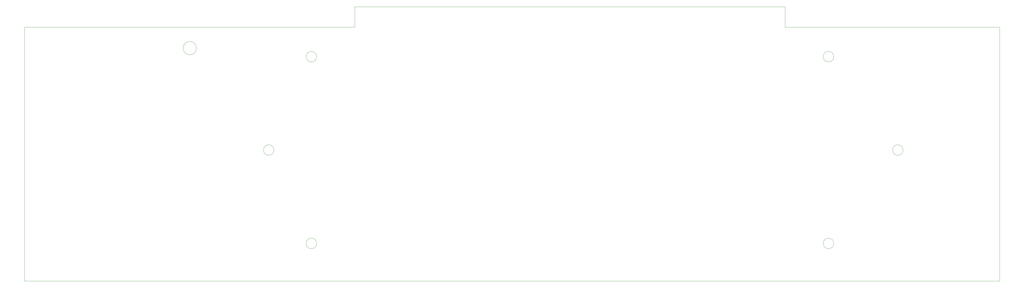
<source format=gm1>
G04 #@! TF.GenerationSoftware,KiCad,Pcbnew,(6.0.0)*
G04 #@! TF.CreationDate,2022-11-09T00:17:05-05:00*
G04 #@! TF.ProjectId,poly88 backplane rev 2.1,706f6c79-3838-4206-9261-636b706c616e,rev?*
G04 #@! TF.SameCoordinates,Original*
G04 #@! TF.FileFunction,Profile,NP*
%FSLAX46Y46*%
G04 Gerber Fmt 4.6, Leading zero omitted, Abs format (unit mm)*
G04 Created by KiCad (PCBNEW (6.0.0)) date 2022-11-09 00:17:05*
%MOMM*%
%LPD*%
G01*
G04 APERTURE LIST*
G04 #@! TA.AperFunction,Profile*
%ADD10C,0.100000*%
G04 #@! TD*
G04 APERTURE END LIST*
D10*
X160546000Y-69974750D02*
X160546000Y-62344750D01*
X130256000Y-115969750D02*
G75*
G03*
X130256000Y-115969750I-1965000J0D01*
G01*
X36846000Y-69974750D02*
X36846000Y-165024750D01*
X36846000Y-69974750D02*
X160546000Y-69974750D01*
X160546000Y-62344750D02*
X321646000Y-62344750D01*
X401936000Y-69974750D02*
X401936000Y-165024750D01*
X146226000Y-80999750D02*
G75*
G03*
X146226000Y-80999750I-1965000J0D01*
G01*
X365856000Y-115969750D02*
G75*
G03*
X365856000Y-115969750I-1965000J0D01*
G01*
X101196000Y-77799750D02*
G75*
G03*
X101196000Y-77799750I-2475000J0D01*
G01*
X401936000Y-165024750D02*
X36846000Y-165024750D01*
X339876000Y-150959750D02*
G75*
G03*
X339876000Y-150959750I-1965000J0D01*
G01*
X321646000Y-62344750D02*
X321646000Y-69974750D01*
X339876000Y-80999750D02*
G75*
G03*
X339876000Y-80999750I-1965000J0D01*
G01*
X321646000Y-69974750D02*
X401936000Y-69974750D01*
X146226000Y-150959750D02*
G75*
G03*
X146226000Y-150959750I-1965000J0D01*
G01*
M02*

</source>
